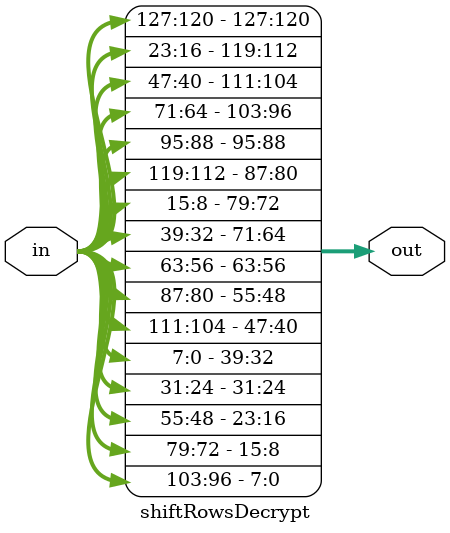
<source format=v>
`timescale 1ns / 1ps

module shiftRowsDecrypt(
    input [127:0] in,
    output [127:0] out
    );
    
    assign out[127:120] = in[127:120];
    assign out[119:112] = in[23:16];
    assign out[111:104] = in[47:40];
    assign out[103:96] = in[71:64];
    
    assign out[95:88] = in[95:88];
    assign out[87:80] = in[119:112];
    assign out[79:72] = in[15:8];
    assign out[71:64] = in[39:32];
    
    assign out[63:56] = in[63:56];
    assign out[55:48] = in[87:80];
    assign out[47:40] = in[111:104];
    assign out[39:32] = in[7:0];
    
    assign out[31:24] = in[31:24];
    assign out[23:16] = in[55:48];
    assign out[15:8] = in[79:72];
    assign out[7:0] = in[103:96];
    
endmodule
</source>
